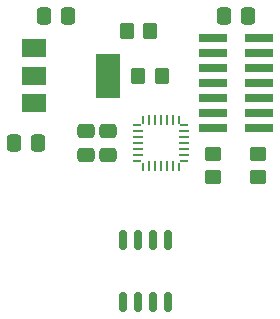
<source format=gtp>
G04 #@! TF.GenerationSoftware,KiCad,Pcbnew,(6.0.7)*
G04 #@! TF.CreationDate,2022-10-10T17:08:23+03:00*
G04 #@! TF.ProjectId,DiLight_2.0,44694c69-6768-4745-9f32-2e302e6b6963,rev?*
G04 #@! TF.SameCoordinates,Original*
G04 #@! TF.FileFunction,Paste,Top*
G04 #@! TF.FilePolarity,Positive*
%FSLAX46Y46*%
G04 Gerber Fmt 4.6, Leading zero omitted, Abs format (unit mm)*
G04 Created by KiCad (PCBNEW (6.0.7)) date 2022-10-10 17:08:23*
%MOMM*%
%LPD*%
G01*
G04 APERTURE LIST*
G04 Aperture macros list*
%AMRoundRect*
0 Rectangle with rounded corners*
0 $1 Rounding radius*
0 $2 $3 $4 $5 $6 $7 $8 $9 X,Y pos of 4 corners*
0 Add a 4 corners polygon primitive as box body*
4,1,4,$2,$3,$4,$5,$6,$7,$8,$9,$2,$3,0*
0 Add four circle primitives for the rounded corners*
1,1,$1+$1,$2,$3*
1,1,$1+$1,$4,$5*
1,1,$1+$1,$6,$7*
1,1,$1+$1,$8,$9*
0 Add four rect primitives between the rounded corners*
20,1,$1+$1,$2,$3,$4,$5,0*
20,1,$1+$1,$4,$5,$6,$7,0*
20,1,$1+$1,$6,$7,$8,$9,0*
20,1,$1+$1,$8,$9,$2,$3,0*%
%AMFreePoly0*
4,1,14,0.230680,0.111820,0.364320,-0.021821,0.377500,-0.053642,0.377500,-0.080000,0.364320,-0.111820,0.332500,-0.125000,-0.332500,-0.125000,-0.364320,-0.111820,-0.377500,-0.080000,-0.377500,0.080000,-0.364320,0.111820,-0.332500,0.125000,0.198860,0.125000,0.230680,0.111820,0.230680,0.111820,$1*%
%AMFreePoly1*
4,1,14,0.364320,0.111820,0.377500,0.080000,0.377501,0.053640,0.364318,0.021819,0.230680,-0.111820,0.198860,-0.125000,-0.332500,-0.125000,-0.364320,-0.111820,-0.377500,-0.080000,-0.377500,0.080000,-0.364320,0.111820,-0.332500,0.125000,0.332500,0.125000,0.364320,0.111820,0.364320,0.111820,$1*%
%AMFreePoly2*
4,1,15,0.053642,0.377500,0.080000,0.377500,0.111820,0.364320,0.125000,0.332500,0.125000,-0.332500,0.111820,-0.364320,0.080000,-0.377500,-0.080000,-0.377500,-0.111820,-0.364320,-0.125000,-0.332500,-0.125000,0.198860,-0.111820,0.230680,0.021820,0.364320,0.053640,0.377501,0.053642,0.377500,0.053642,0.377500,$1*%
%AMFreePoly3*
4,1,14,-0.021820,0.364320,0.111820,0.230679,0.125000,0.198858,0.125000,-0.332500,0.111820,-0.364320,0.080000,-0.377500,-0.080000,-0.377500,-0.111820,-0.364320,-0.125000,-0.332500,-0.125000,0.332500,-0.111820,0.364320,-0.080000,0.377500,-0.053640,0.377500,-0.021820,0.364320,-0.021820,0.364320,$1*%
%AMFreePoly4*
4,1,14,0.364320,0.111820,0.377500,0.080000,0.377500,-0.080000,0.364320,-0.111820,0.332500,-0.125000,-0.198860,-0.125001,-0.230681,-0.111818,-0.364320,0.021820,-0.377500,0.053640,-0.377500,0.080000,-0.364320,0.111820,-0.332500,0.125000,0.332500,0.125000,0.364320,0.111820,0.364320,0.111820,$1*%
%AMFreePoly5*
4,1,15,-0.198858,0.125000,0.332500,0.125000,0.364320,0.111820,0.377500,0.080000,0.377500,-0.080000,0.364320,-0.111820,0.332500,-0.125000,-0.332500,-0.125000,-0.364320,-0.111820,-0.377500,-0.080000,-0.377500,-0.053640,-0.364320,-0.021820,-0.230680,0.111820,-0.198860,0.125001,-0.198858,0.125000,-0.198858,0.125000,$1*%
%AMFreePoly6*
4,1,14,0.111820,0.364320,0.125000,0.332500,0.125001,-0.198860,0.111818,-0.230681,-0.021820,-0.364320,-0.053640,-0.377500,-0.080000,-0.377500,-0.111820,-0.364320,-0.125000,-0.332500,-0.125000,0.332500,-0.111820,0.364320,-0.080000,0.377500,0.080000,0.377500,0.111820,0.364320,0.111820,0.364320,$1*%
%AMFreePoly7*
4,1,14,0.111820,0.364320,0.125000,0.332500,0.125000,-0.332500,0.111820,-0.364320,0.080000,-0.377500,0.053640,-0.377501,0.021819,-0.364318,-0.111820,-0.230680,-0.125000,-0.198860,-0.125000,0.332500,-0.111820,0.364320,-0.080000,0.377500,0.080000,0.377500,0.111820,0.364320,0.111820,0.364320,$1*%
G04 Aperture macros list end*
%ADD10RoundRect,0.250000X0.337500X0.475000X-0.337500X0.475000X-0.337500X-0.475000X0.337500X-0.475000X0*%
%ADD11R,2.400000X0.740000*%
%ADD12FreePoly0,0.000000*%
%ADD13RoundRect,0.062500X-0.375000X-0.062500X0.375000X-0.062500X0.375000X0.062500X-0.375000X0.062500X0*%
%ADD14FreePoly1,0.000000*%
%ADD15FreePoly2,0.000000*%
%ADD16RoundRect,0.062500X-0.062500X-0.375000X0.062500X-0.375000X0.062500X0.375000X-0.062500X0.375000X0*%
%ADD17FreePoly3,0.000000*%
%ADD18FreePoly4,0.000000*%
%ADD19FreePoly5,0.000000*%
%ADD20FreePoly6,0.000000*%
%ADD21FreePoly7,0.000000*%
%ADD22RoundRect,0.250000X-0.475000X0.337500X-0.475000X-0.337500X0.475000X-0.337500X0.475000X0.337500X0*%
%ADD23RoundRect,0.250000X-0.450000X0.350000X-0.450000X-0.350000X0.450000X-0.350000X0.450000X0.350000X0*%
%ADD24RoundRect,0.250000X-0.337500X-0.475000X0.337500X-0.475000X0.337500X0.475000X-0.337500X0.475000X0*%
%ADD25R,2.000000X1.500000*%
%ADD26R,2.000000X3.800000*%
%ADD27RoundRect,0.250000X-0.350000X-0.450000X0.350000X-0.450000X0.350000X0.450000X-0.350000X0.450000X0*%
%ADD28RoundRect,0.150000X-0.150000X0.675000X-0.150000X-0.675000X0.150000X-0.675000X0.150000X0.675000X0*%
G04 APERTURE END LIST*
D10*
X26437500Y-31750000D03*
X24362500Y-31750000D03*
D11*
X45130000Y-30480000D03*
X41230000Y-30480000D03*
X45130000Y-29210000D03*
X41230000Y-29210000D03*
X45130000Y-27940000D03*
X41230000Y-27940000D03*
X45130000Y-26670000D03*
X41230000Y-26670000D03*
X45130000Y-25400000D03*
X41230000Y-25400000D03*
X45130000Y-24130000D03*
X41230000Y-24130000D03*
X45130000Y-22860000D03*
X41230000Y-22860000D03*
D12*
X34832500Y-30250000D03*
D13*
X34892500Y-30750000D03*
X34892500Y-31250000D03*
X34892500Y-31750000D03*
X34892500Y-32250000D03*
X34892500Y-32750000D03*
D14*
X34832500Y-33250000D03*
D15*
X35330000Y-33747500D03*
D16*
X35830000Y-33687500D03*
X36330000Y-33687500D03*
X36830000Y-33687500D03*
X37330000Y-33687500D03*
X37830000Y-33687500D03*
D17*
X38330000Y-33747500D03*
D18*
X38827500Y-33250000D03*
D13*
X38767500Y-32750000D03*
X38767500Y-32250000D03*
X38767500Y-31750000D03*
X38767500Y-31250000D03*
X38767500Y-30750000D03*
D19*
X38827500Y-30250000D03*
D20*
X38330000Y-29752500D03*
D16*
X37830000Y-29812500D03*
X37330000Y-29812500D03*
X36830000Y-29812500D03*
X36330000Y-29812500D03*
X35830000Y-29812500D03*
D21*
X35330000Y-29752500D03*
D22*
X30480000Y-30712500D03*
X30480000Y-32787500D03*
D23*
X41275000Y-32655000D03*
X41275000Y-34655000D03*
D24*
X42142500Y-20955000D03*
X44217500Y-20955000D03*
D25*
X26060000Y-23735000D03*
D26*
X32360000Y-26035000D03*
D25*
X26060000Y-26035000D03*
X26060000Y-28335000D03*
D27*
X33925000Y-22225000D03*
X35925000Y-22225000D03*
X34920000Y-26035000D03*
X36920000Y-26035000D03*
D22*
X32385000Y-30712500D03*
X32385000Y-32787500D03*
D10*
X28977500Y-20955000D03*
X26902500Y-20955000D03*
D23*
X45085000Y-32655000D03*
X45085000Y-34655000D03*
D28*
X33655000Y-39920000D03*
X36195000Y-45170000D03*
X33655000Y-45170000D03*
X34925000Y-45170000D03*
X37465000Y-45170000D03*
X37465000Y-39920000D03*
X36195000Y-39920000D03*
X34925000Y-39920000D03*
M02*

</source>
